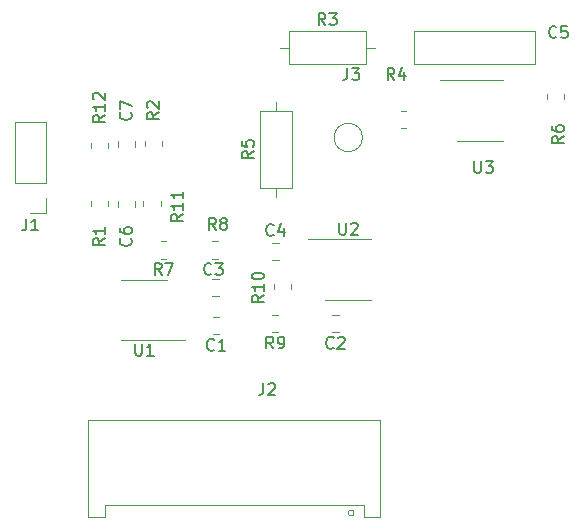
<source format=gbr>
%TF.GenerationSoftware,KiCad,Pcbnew,(6.0.10)*%
%TF.CreationDate,2023-04-06T15:57:07+02:00*%
%TF.ProjectId,616_buffer,3631365f-6275-4666-9665-722e6b696361,rev?*%
%TF.SameCoordinates,Original*%
%TF.FileFunction,Legend,Top*%
%TF.FilePolarity,Positive*%
%FSLAX46Y46*%
G04 Gerber Fmt 4.6, Leading zero omitted, Abs format (unit mm)*
G04 Created by KiCad (PCBNEW (6.0.10)) date 2023-04-06 15:57:07*
%MOMM*%
%LPD*%
G01*
G04 APERTURE LIST*
%ADD10C,0.150000*%
%ADD11C,0.120000*%
G04 APERTURE END LIST*
D10*
%TO.C,J2*%
X134540666Y-137628380D02*
X134540666Y-138342666D01*
X134493047Y-138485523D01*
X134397809Y-138580761D01*
X134254952Y-138628380D01*
X134159714Y-138628380D01*
X134969238Y-137723619D02*
X135016857Y-137676000D01*
X135112095Y-137628380D01*
X135350190Y-137628380D01*
X135445428Y-137676000D01*
X135493047Y-137723619D01*
X135540666Y-137818857D01*
X135540666Y-137914095D01*
X135493047Y-138056952D01*
X134921619Y-138628380D01*
X135540666Y-138628380D01*
%TO.C,R3*%
X139787333Y-107302380D02*
X139454000Y-106826190D01*
X139215904Y-107302380D02*
X139215904Y-106302380D01*
X139596857Y-106302380D01*
X139692095Y-106350000D01*
X139739714Y-106397619D01*
X139787333Y-106492857D01*
X139787333Y-106635714D01*
X139739714Y-106730952D01*
X139692095Y-106778571D01*
X139596857Y-106826190D01*
X139215904Y-106826190D01*
X140120666Y-106302380D02*
X140739714Y-106302380D01*
X140406380Y-106683333D01*
X140549238Y-106683333D01*
X140644476Y-106730952D01*
X140692095Y-106778571D01*
X140739714Y-106873809D01*
X140739714Y-107111904D01*
X140692095Y-107207142D01*
X140644476Y-107254761D01*
X140549238Y-107302380D01*
X140263523Y-107302380D01*
X140168285Y-107254761D01*
X140120666Y-107207142D01*
%TO.C,C2*%
X140483333Y-134625142D02*
X140435714Y-134672761D01*
X140292857Y-134720380D01*
X140197619Y-134720380D01*
X140054761Y-134672761D01*
X139959523Y-134577523D01*
X139911904Y-134482285D01*
X139864285Y-134291809D01*
X139864285Y-134148952D01*
X139911904Y-133958476D01*
X139959523Y-133863238D01*
X140054761Y-133768000D01*
X140197619Y-133720380D01*
X140292857Y-133720380D01*
X140435714Y-133768000D01*
X140483333Y-133815619D01*
X140864285Y-133815619D02*
X140911904Y-133768000D01*
X141007142Y-133720380D01*
X141245238Y-133720380D01*
X141340476Y-133768000D01*
X141388095Y-133815619D01*
X141435714Y-133910857D01*
X141435714Y-134006095D01*
X141388095Y-134148952D01*
X140816666Y-134720380D01*
X141435714Y-134720380D01*
%TO.C,R1*%
X121102380Y-125388666D02*
X120626190Y-125722000D01*
X121102380Y-125960095D02*
X120102380Y-125960095D01*
X120102380Y-125579142D01*
X120150000Y-125483904D01*
X120197619Y-125436285D01*
X120292857Y-125388666D01*
X120435714Y-125388666D01*
X120530952Y-125436285D01*
X120578571Y-125483904D01*
X120626190Y-125579142D01*
X120626190Y-125960095D01*
X121102380Y-124436285D02*
X121102380Y-125007714D01*
X121102380Y-124722000D02*
X120102380Y-124722000D01*
X120245238Y-124817238D01*
X120340476Y-124912476D01*
X120388095Y-125007714D01*
%TO.C,C7*%
X123293142Y-114720666D02*
X123340761Y-114768285D01*
X123388380Y-114911142D01*
X123388380Y-115006380D01*
X123340761Y-115149238D01*
X123245523Y-115244476D01*
X123150285Y-115292095D01*
X122959809Y-115339714D01*
X122816952Y-115339714D01*
X122626476Y-115292095D01*
X122531238Y-115244476D01*
X122436000Y-115149238D01*
X122388380Y-115006380D01*
X122388380Y-114911142D01*
X122436000Y-114768285D01*
X122483619Y-114720666D01*
X122388380Y-114387333D02*
X122388380Y-113720666D01*
X123388380Y-114149238D01*
%TO.C,R6*%
X159964380Y-116752666D02*
X159488190Y-117086000D01*
X159964380Y-117324095D02*
X158964380Y-117324095D01*
X158964380Y-116943142D01*
X159012000Y-116847904D01*
X159059619Y-116800285D01*
X159154857Y-116752666D01*
X159297714Y-116752666D01*
X159392952Y-116800285D01*
X159440571Y-116847904D01*
X159488190Y-116943142D01*
X159488190Y-117324095D01*
X158964380Y-115895523D02*
X158964380Y-116086000D01*
X159012000Y-116181238D01*
X159059619Y-116228857D01*
X159202476Y-116324095D01*
X159392952Y-116371714D01*
X159773904Y-116371714D01*
X159869142Y-116324095D01*
X159916761Y-116276476D01*
X159964380Y-116181238D01*
X159964380Y-115990761D01*
X159916761Y-115895523D01*
X159869142Y-115847904D01*
X159773904Y-115800285D01*
X159535809Y-115800285D01*
X159440571Y-115847904D01*
X159392952Y-115895523D01*
X159345333Y-115990761D01*
X159345333Y-116181238D01*
X159392952Y-116276476D01*
X159440571Y-116324095D01*
X159535809Y-116371714D01*
%TO.C,R5*%
X133718380Y-118022666D02*
X133242190Y-118356000D01*
X133718380Y-118594095D02*
X132718380Y-118594095D01*
X132718380Y-118213142D01*
X132766000Y-118117904D01*
X132813619Y-118070285D01*
X132908857Y-118022666D01*
X133051714Y-118022666D01*
X133146952Y-118070285D01*
X133194571Y-118117904D01*
X133242190Y-118213142D01*
X133242190Y-118594095D01*
X132718380Y-117117904D02*
X132718380Y-117594095D01*
X133194571Y-117641714D01*
X133146952Y-117594095D01*
X133099333Y-117498857D01*
X133099333Y-117260761D01*
X133146952Y-117165523D01*
X133194571Y-117117904D01*
X133289809Y-117070285D01*
X133527904Y-117070285D01*
X133623142Y-117117904D01*
X133670761Y-117165523D01*
X133718380Y-117260761D01*
X133718380Y-117498857D01*
X133670761Y-117594095D01*
X133623142Y-117641714D01*
%TO.C,R12*%
X121102380Y-114942857D02*
X120626190Y-115276190D01*
X121102380Y-115514285D02*
X120102380Y-115514285D01*
X120102380Y-115133333D01*
X120150000Y-115038095D01*
X120197619Y-114990476D01*
X120292857Y-114942857D01*
X120435714Y-114942857D01*
X120530952Y-114990476D01*
X120578571Y-115038095D01*
X120626190Y-115133333D01*
X120626190Y-115514285D01*
X121102380Y-113990476D02*
X121102380Y-114561904D01*
X121102380Y-114276190D02*
X120102380Y-114276190D01*
X120245238Y-114371428D01*
X120340476Y-114466666D01*
X120388095Y-114561904D01*
X120197619Y-113609523D02*
X120150000Y-113561904D01*
X120102380Y-113466666D01*
X120102380Y-113228571D01*
X120150000Y-113133333D01*
X120197619Y-113085714D01*
X120292857Y-113038095D01*
X120388095Y-113038095D01*
X120530952Y-113085714D01*
X121102380Y-113657142D01*
X121102380Y-113038095D01*
%TO.C,U3*%
X152400095Y-118832380D02*
X152400095Y-119641904D01*
X152447714Y-119737142D01*
X152495333Y-119784761D01*
X152590571Y-119832380D01*
X152781047Y-119832380D01*
X152876285Y-119784761D01*
X152923904Y-119737142D01*
X152971523Y-119641904D01*
X152971523Y-118832380D01*
X153352476Y-118832380D02*
X153971523Y-118832380D01*
X153638190Y-119213333D01*
X153781047Y-119213333D01*
X153876285Y-119260952D01*
X153923904Y-119308571D01*
X153971523Y-119403809D01*
X153971523Y-119641904D01*
X153923904Y-119737142D01*
X153876285Y-119784761D01*
X153781047Y-119832380D01*
X153495333Y-119832380D01*
X153400095Y-119784761D01*
X153352476Y-119737142D01*
%TO.C,R10*%
X134564380Y-130182857D02*
X134088190Y-130516190D01*
X134564380Y-130754285D02*
X133564380Y-130754285D01*
X133564380Y-130373333D01*
X133612000Y-130278095D01*
X133659619Y-130230476D01*
X133754857Y-130182857D01*
X133897714Y-130182857D01*
X133992952Y-130230476D01*
X134040571Y-130278095D01*
X134088190Y-130373333D01*
X134088190Y-130754285D01*
X134564380Y-129230476D02*
X134564380Y-129801904D01*
X134564380Y-129516190D02*
X133564380Y-129516190D01*
X133707238Y-129611428D01*
X133802476Y-129706666D01*
X133850095Y-129801904D01*
X133564380Y-128611428D02*
X133564380Y-128516190D01*
X133612000Y-128420952D01*
X133659619Y-128373333D01*
X133754857Y-128325714D01*
X133945333Y-128278095D01*
X134183428Y-128278095D01*
X134373904Y-128325714D01*
X134469142Y-128373333D01*
X134516761Y-128420952D01*
X134564380Y-128516190D01*
X134564380Y-128611428D01*
X134516761Y-128706666D01*
X134469142Y-128754285D01*
X134373904Y-128801904D01*
X134183428Y-128849523D01*
X133945333Y-128849523D01*
X133754857Y-128801904D01*
X133659619Y-128754285D01*
X133612000Y-128706666D01*
X133564380Y-128611428D01*
%TO.C,C6*%
X123293142Y-125388666D02*
X123340761Y-125436285D01*
X123388380Y-125579142D01*
X123388380Y-125674380D01*
X123340761Y-125817238D01*
X123245523Y-125912476D01*
X123150285Y-125960095D01*
X122959809Y-126007714D01*
X122816952Y-126007714D01*
X122626476Y-125960095D01*
X122531238Y-125912476D01*
X122436000Y-125817238D01*
X122388380Y-125674380D01*
X122388380Y-125579142D01*
X122436000Y-125436285D01*
X122483619Y-125388666D01*
X122388380Y-124531523D02*
X122388380Y-124722000D01*
X122436000Y-124817238D01*
X122483619Y-124864857D01*
X122626476Y-124960095D01*
X122816952Y-125007714D01*
X123197904Y-125007714D01*
X123293142Y-124960095D01*
X123340761Y-124912476D01*
X123388380Y-124817238D01*
X123388380Y-124626761D01*
X123340761Y-124531523D01*
X123293142Y-124483904D01*
X123197904Y-124436285D01*
X122959809Y-124436285D01*
X122864571Y-124483904D01*
X122816952Y-124531523D01*
X122769333Y-124626761D01*
X122769333Y-124817238D01*
X122816952Y-124912476D01*
X122864571Y-124960095D01*
X122959809Y-125007714D01*
%TO.C,R8*%
X130512897Y-124658380D02*
X130179564Y-124182190D01*
X129941468Y-124658380D02*
X129941468Y-123658380D01*
X130322421Y-123658380D01*
X130417659Y-123706000D01*
X130465278Y-123753619D01*
X130512897Y-123848857D01*
X130512897Y-123991714D01*
X130465278Y-124086952D01*
X130417659Y-124134571D01*
X130322421Y-124182190D01*
X129941468Y-124182190D01*
X131084325Y-124086952D02*
X130989087Y-124039333D01*
X130941468Y-123991714D01*
X130893849Y-123896476D01*
X130893849Y-123848857D01*
X130941468Y-123753619D01*
X130989087Y-123706000D01*
X131084325Y-123658380D01*
X131274802Y-123658380D01*
X131370040Y-123706000D01*
X131417659Y-123753619D01*
X131465278Y-123848857D01*
X131465278Y-123896476D01*
X131417659Y-123991714D01*
X131370040Y-124039333D01*
X131274802Y-124086952D01*
X131084325Y-124086952D01*
X130989087Y-124134571D01*
X130941468Y-124182190D01*
X130893849Y-124277428D01*
X130893849Y-124467904D01*
X130941468Y-124563142D01*
X130989087Y-124610761D01*
X131084325Y-124658380D01*
X131274802Y-124658380D01*
X131370040Y-124610761D01*
X131417659Y-124563142D01*
X131465278Y-124467904D01*
X131465278Y-124277428D01*
X131417659Y-124182190D01*
X131370040Y-124134571D01*
X131274802Y-124086952D01*
%TO.C,J3*%
X141652666Y-110958380D02*
X141652666Y-111672666D01*
X141605047Y-111815523D01*
X141509809Y-111910761D01*
X141366952Y-111958380D01*
X141271714Y-111958380D01*
X142033619Y-110958380D02*
X142652666Y-110958380D01*
X142319333Y-111339333D01*
X142462190Y-111339333D01*
X142557428Y-111386952D01*
X142605047Y-111434571D01*
X142652666Y-111529809D01*
X142652666Y-111767904D01*
X142605047Y-111863142D01*
X142557428Y-111910761D01*
X142462190Y-111958380D01*
X142176476Y-111958380D01*
X142081238Y-111910761D01*
X142033619Y-111863142D01*
%TO.C,R7*%
X125920833Y-128467380D02*
X125587500Y-127991190D01*
X125349404Y-128467380D02*
X125349404Y-127467380D01*
X125730357Y-127467380D01*
X125825595Y-127515000D01*
X125873214Y-127562619D01*
X125920833Y-127657857D01*
X125920833Y-127800714D01*
X125873214Y-127895952D01*
X125825595Y-127943571D01*
X125730357Y-127991190D01*
X125349404Y-127991190D01*
X126254166Y-127467380D02*
X126920833Y-127467380D01*
X126492261Y-128467380D01*
%TO.C,R4*%
X145629333Y-111958380D02*
X145296000Y-111482190D01*
X145057904Y-111958380D02*
X145057904Y-110958380D01*
X145438857Y-110958380D01*
X145534095Y-111006000D01*
X145581714Y-111053619D01*
X145629333Y-111148857D01*
X145629333Y-111291714D01*
X145581714Y-111386952D01*
X145534095Y-111434571D01*
X145438857Y-111482190D01*
X145057904Y-111482190D01*
X146486476Y-111291714D02*
X146486476Y-111958380D01*
X146248380Y-110910761D02*
X146010285Y-111625047D01*
X146629333Y-111625047D01*
%TO.C,C3*%
X130135333Y-128373142D02*
X130087714Y-128420761D01*
X129944857Y-128468380D01*
X129849619Y-128468380D01*
X129706761Y-128420761D01*
X129611523Y-128325523D01*
X129563904Y-128230285D01*
X129516285Y-128039809D01*
X129516285Y-127896952D01*
X129563904Y-127706476D01*
X129611523Y-127611238D01*
X129706761Y-127516000D01*
X129849619Y-127468380D01*
X129944857Y-127468380D01*
X130087714Y-127516000D01*
X130135333Y-127563619D01*
X130468666Y-127468380D02*
X131087714Y-127468380D01*
X130754380Y-127849333D01*
X130897238Y-127849333D01*
X130992476Y-127896952D01*
X131040095Y-127944571D01*
X131087714Y-128039809D01*
X131087714Y-128277904D01*
X131040095Y-128373142D01*
X130992476Y-128420761D01*
X130897238Y-128468380D01*
X130611523Y-128468380D01*
X130516285Y-128420761D01*
X130468666Y-128373142D01*
%TO.C,C1*%
X130374585Y-134790890D02*
X130326966Y-134838509D01*
X130184109Y-134886128D01*
X130088871Y-134886128D01*
X129946013Y-134838509D01*
X129850775Y-134743271D01*
X129803156Y-134648033D01*
X129755537Y-134457557D01*
X129755537Y-134314700D01*
X129803156Y-134124224D01*
X129850775Y-134028986D01*
X129946013Y-133933748D01*
X130088871Y-133886128D01*
X130184109Y-133886128D01*
X130326966Y-133933748D01*
X130374585Y-133981367D01*
X131326966Y-134886128D02*
X130755537Y-134886128D01*
X131041252Y-134886128D02*
X131041252Y-133886128D01*
X130946013Y-134028986D01*
X130850775Y-134124224D01*
X130755537Y-134171843D01*
%TO.C,R2*%
X125674380Y-114720666D02*
X125198190Y-115054000D01*
X125674380Y-115292095D02*
X124674380Y-115292095D01*
X124674380Y-114911142D01*
X124722000Y-114815904D01*
X124769619Y-114768285D01*
X124864857Y-114720666D01*
X125007714Y-114720666D01*
X125102952Y-114768285D01*
X125150571Y-114815904D01*
X125198190Y-114911142D01*
X125198190Y-115292095D01*
X124769619Y-114339714D02*
X124722000Y-114292095D01*
X124674380Y-114196857D01*
X124674380Y-113958761D01*
X124722000Y-113863523D01*
X124769619Y-113815904D01*
X124864857Y-113768285D01*
X124960095Y-113768285D01*
X125102952Y-113815904D01*
X125674380Y-114387333D01*
X125674380Y-113768285D01*
%TO.C,U2*%
X140970095Y-124068380D02*
X140970095Y-124877904D01*
X141017714Y-124973142D01*
X141065333Y-125020761D01*
X141160571Y-125068380D01*
X141351047Y-125068380D01*
X141446285Y-125020761D01*
X141493904Y-124973142D01*
X141541523Y-124877904D01*
X141541523Y-124068380D01*
X141970095Y-124163619D02*
X142017714Y-124116000D01*
X142112952Y-124068380D01*
X142351047Y-124068380D01*
X142446285Y-124116000D01*
X142493904Y-124163619D01*
X142541523Y-124258857D01*
X142541523Y-124354095D01*
X142493904Y-124496952D01*
X141922476Y-125068380D01*
X142541523Y-125068380D01*
%TO.C,J1*%
X114474666Y-123702380D02*
X114474666Y-124416666D01*
X114427047Y-124559523D01*
X114331809Y-124654761D01*
X114188952Y-124702380D01*
X114093714Y-124702380D01*
X115474666Y-124702380D02*
X114903238Y-124702380D01*
X115188952Y-124702380D02*
X115188952Y-123702380D01*
X115093714Y-123845238D01*
X114998476Y-123940476D01*
X114903238Y-123988095D01*
%TO.C,R11*%
X127706380Y-123324857D02*
X127230190Y-123658190D01*
X127706380Y-123896285D02*
X126706380Y-123896285D01*
X126706380Y-123515333D01*
X126754000Y-123420095D01*
X126801619Y-123372476D01*
X126896857Y-123324857D01*
X127039714Y-123324857D01*
X127134952Y-123372476D01*
X127182571Y-123420095D01*
X127230190Y-123515333D01*
X127230190Y-123896285D01*
X127706380Y-122372476D02*
X127706380Y-122943904D01*
X127706380Y-122658190D02*
X126706380Y-122658190D01*
X126849238Y-122753428D01*
X126944476Y-122848666D01*
X126992095Y-122943904D01*
X127706380Y-121420095D02*
X127706380Y-121991523D01*
X127706380Y-121705809D02*
X126706380Y-121705809D01*
X126849238Y-121801047D01*
X126944476Y-121896285D01*
X126992095Y-121991523D01*
%TO.C,R9*%
X135365833Y-134690380D02*
X135032500Y-134214190D01*
X134794404Y-134690380D02*
X134794404Y-133690380D01*
X135175357Y-133690380D01*
X135270595Y-133738000D01*
X135318214Y-133785619D01*
X135365833Y-133880857D01*
X135365833Y-134023714D01*
X135318214Y-134118952D01*
X135270595Y-134166571D01*
X135175357Y-134214190D01*
X134794404Y-134214190D01*
X135842023Y-134690380D02*
X136032500Y-134690380D01*
X136127738Y-134642761D01*
X136175357Y-134595142D01*
X136270595Y-134452285D01*
X136318214Y-134261809D01*
X136318214Y-133880857D01*
X136270595Y-133785619D01*
X136222976Y-133738000D01*
X136127738Y-133690380D01*
X135937261Y-133690380D01*
X135842023Y-133738000D01*
X135794404Y-133785619D01*
X135746785Y-133880857D01*
X135746785Y-134118952D01*
X135794404Y-134214190D01*
X135842023Y-134261809D01*
X135937261Y-134309428D01*
X136127738Y-134309428D01*
X136222976Y-134261809D01*
X136270595Y-134214190D01*
X136318214Y-134118952D01*
%TO.C,U1*%
X123698095Y-134297380D02*
X123698095Y-135106904D01*
X123745714Y-135202142D01*
X123793333Y-135249761D01*
X123888571Y-135297380D01*
X124079047Y-135297380D01*
X124174285Y-135249761D01*
X124221904Y-135202142D01*
X124269523Y-135106904D01*
X124269523Y-134297380D01*
X125269523Y-135297380D02*
X124698095Y-135297380D01*
X124983809Y-135297380D02*
X124983809Y-134297380D01*
X124888571Y-134440238D01*
X124793333Y-134535476D01*
X124698095Y-134583095D01*
%TO.C,C4*%
X135403333Y-125071142D02*
X135355714Y-125118761D01*
X135212857Y-125166380D01*
X135117619Y-125166380D01*
X134974761Y-125118761D01*
X134879523Y-125023523D01*
X134831904Y-124928285D01*
X134784285Y-124737809D01*
X134784285Y-124594952D01*
X134831904Y-124404476D01*
X134879523Y-124309238D01*
X134974761Y-124214000D01*
X135117619Y-124166380D01*
X135212857Y-124166380D01*
X135355714Y-124214000D01*
X135403333Y-124261619D01*
X136260476Y-124499714D02*
X136260476Y-125166380D01*
X136022380Y-124118761D02*
X135784285Y-124833047D01*
X136403333Y-124833047D01*
%TO.C,C5*%
X159345333Y-108307142D02*
X159297714Y-108354761D01*
X159154857Y-108402380D01*
X159059619Y-108402380D01*
X158916761Y-108354761D01*
X158821523Y-108259523D01*
X158773904Y-108164285D01*
X158726285Y-107973809D01*
X158726285Y-107830952D01*
X158773904Y-107640476D01*
X158821523Y-107545238D01*
X158916761Y-107450000D01*
X159059619Y-107402380D01*
X159154857Y-107402380D01*
X159297714Y-107450000D01*
X159345333Y-107497619D01*
X160250095Y-107402380D02*
X159773904Y-107402380D01*
X159726285Y-107878571D01*
X159773904Y-107830952D01*
X159869142Y-107783333D01*
X160107238Y-107783333D01*
X160202476Y-107830952D01*
X160250095Y-107878571D01*
X160297714Y-107973809D01*
X160297714Y-108211904D01*
X160250095Y-108307142D01*
X160202476Y-108354761D01*
X160107238Y-108402380D01*
X159869142Y-108402380D01*
X159773904Y-108354761D01*
X159726285Y-108307142D01*
D11*
%TO.C,J2*%
X121140000Y-148940000D02*
X121140000Y-147990000D01*
X119720000Y-148940000D02*
X121140000Y-148940000D01*
X119720000Y-140720000D02*
X119720000Y-148940000D01*
X144440000Y-148940000D02*
X143020000Y-148940000D01*
X143020000Y-147990000D02*
X132080000Y-147990000D01*
X132080000Y-140720000D02*
X119720000Y-140720000D01*
X144440000Y-140720000D02*
X144440000Y-148940000D01*
X132080000Y-140720000D02*
X144440000Y-140720000D01*
X143020000Y-148940000D02*
X143020000Y-147990000D01*
X121140000Y-147990000D02*
X132080000Y-147990000D01*
X142230000Y-148630000D02*
G75*
G03*
X142230000Y-148630000I-250000J0D01*
G01*
%TO.C,R3*%
X136684000Y-110590000D02*
X143224000Y-110590000D01*
X136684000Y-107850000D02*
X136684000Y-110590000D01*
X143224000Y-107850000D02*
X136684000Y-107850000D01*
X135914000Y-109220000D02*
X136684000Y-109220000D01*
X143224000Y-110590000D02*
X143224000Y-107850000D01*
X143994000Y-109220000D02*
X143224000Y-109220000D01*
%TO.C,C2*%
X140911252Y-133323000D02*
X140388748Y-133323000D01*
X140911252Y-131853000D02*
X140388748Y-131853000D01*
%TO.C,R1*%
X121385000Y-122200936D02*
X121385000Y-122655064D01*
X119915000Y-122200936D02*
X119915000Y-122655064D01*
%TO.C,C7*%
X122201000Y-117152748D02*
X122201000Y-117675252D01*
X123671000Y-117152748D02*
X123671000Y-117675252D01*
%TO.C,R6*%
X158523000Y-113614564D02*
X158523000Y-113160436D01*
X159993000Y-113614564D02*
X159993000Y-113160436D01*
%TO.C,R5*%
X135636000Y-121896000D02*
X135636000Y-121126000D01*
X134266000Y-121126000D02*
X137006000Y-121126000D01*
X137006000Y-121126000D02*
X137006000Y-114586000D01*
X135636000Y-113816000D02*
X135636000Y-114586000D01*
X134266000Y-114586000D02*
X134266000Y-121126000D01*
X137006000Y-114586000D02*
X134266000Y-114586000D01*
%TO.C,R12*%
X119915000Y-117271436D02*
X119915000Y-117725564D01*
X121385000Y-117271436D02*
X121385000Y-117725564D01*
%TO.C,U3*%
X152908000Y-111994000D02*
X154858000Y-111994000D01*
X152908000Y-117114000D02*
X150958000Y-117114000D01*
X152908000Y-117114000D02*
X154858000Y-117114000D01*
X152908000Y-111994000D02*
X149458000Y-111994000D01*
%TO.C,R10*%
X136879000Y-129209436D02*
X136879000Y-129663564D01*
X135409000Y-129209436D02*
X135409000Y-129663564D01*
%TO.C,C6*%
X122201000Y-122755252D02*
X122201000Y-122232748D01*
X123671000Y-122755252D02*
X123671000Y-122232748D01*
%TO.C,R8*%
X130679564Y-125630000D02*
X130225436Y-125630000D01*
X130679564Y-127100000D02*
X130225436Y-127100000D01*
%TO.C,J3*%
X142932000Y-116840000D02*
G75*
G03*
X142932000Y-116840000I-1200000J0D01*
G01*
%TO.C,R7*%
X126314564Y-127100000D02*
X125860436Y-127100000D01*
X126314564Y-125630000D02*
X125860436Y-125630000D01*
%TO.C,R4*%
X146180436Y-114581000D02*
X146634564Y-114581000D01*
X146180436Y-116051000D02*
X146634564Y-116051000D01*
%TO.C,C3*%
X130756252Y-128805000D02*
X130233748Y-128805000D01*
X130756252Y-130275000D02*
X130233748Y-130275000D01*
%TO.C,C1*%
X130802504Y-132018748D02*
X130280000Y-132018748D01*
X130802504Y-133488748D02*
X130280000Y-133488748D01*
%TO.C,R2*%
X125957000Y-117575064D02*
X125957000Y-117120936D01*
X124487000Y-117575064D02*
X124487000Y-117120936D01*
%TO.C,U2*%
X141732000Y-125456000D02*
X143682000Y-125456000D01*
X141732000Y-130576000D02*
X143682000Y-130576000D01*
X141732000Y-125456000D02*
X138282000Y-125456000D01*
X141732000Y-130576000D02*
X139782000Y-130576000D01*
%TO.C,J1*%
X116138000Y-120650000D02*
X113478000Y-120650000D01*
X116138000Y-121920000D02*
X116138000Y-123250000D01*
X116138000Y-120650000D02*
X116138000Y-115510000D01*
X113478000Y-120650000D02*
X113478000Y-115510000D01*
X116138000Y-115510000D02*
X113478000Y-115510000D01*
X116138000Y-123250000D02*
X114808000Y-123250000D01*
%TO.C,R11*%
X124370000Y-122655064D02*
X124370000Y-122200936D01*
X125840000Y-122655064D02*
X125840000Y-122200936D01*
%TO.C,R9*%
X135759564Y-131853000D02*
X135305436Y-131853000D01*
X135759564Y-133323000D02*
X135305436Y-133323000D01*
%TO.C,U1*%
X124460000Y-134005000D02*
X127910000Y-134005000D01*
X124460000Y-134005000D02*
X122510000Y-134005000D01*
X124460000Y-128885000D02*
X122510000Y-128885000D01*
X124460000Y-128885000D02*
X126410000Y-128885000D01*
%TO.C,C4*%
X135831252Y-127227000D02*
X135308748Y-127227000D01*
X135831252Y-125757000D02*
X135308748Y-125757000D01*
%TO.C,C5*%
X157520000Y-107850000D02*
X147280000Y-107850000D01*
X147280000Y-110590000D02*
X147280000Y-107850000D01*
X157520000Y-110590000D02*
X147280000Y-110590000D01*
X157520000Y-110590000D02*
X157520000Y-107850000D01*
%TD*%
M02*

</source>
